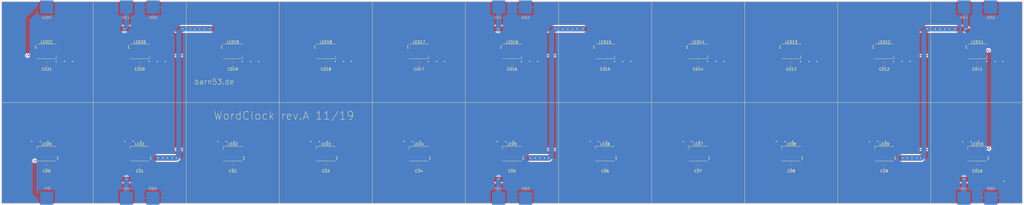
<source format=kicad_pcb>
(kicad_pcb (version 20171130) (host pcbnew "(5.1.4-0-10_14)")
  (title_block (date 2019-11-04))
  (layers (0 F.Cu signal) (31 B.Cu signal) (34 B.Paste user) (35 F.Paste user) (36 B.SilkS user) (37 F.SilkS user) (38 B.Mask user) (39 F.Mask user) (44 Edge.Cuts user))
  (net 0 "")
  (net 1 VBUS)
  (net 2 GND)
  (net 3 DIN)
  (net 4 DOUT)
  (net 5 "Net-(LED0-Pad2)")
  (net 6 "Net-(LED1-Pad2)")
  (net 7 "Net-(LED2-Pad2)")
  (net 8 "Net-(LED3-Pad2)")
  (net 9 "Net-(LED4-Pad2)")
  (net 10 "Net-(LED5-Pad2)")
  (net 11 "Net-(LED6-Pad2)")
  (net 12 "Net-(LED7-Pad2)")
  (net 13 "Net-(LED8-Pad2)")
  (net 14 "Net-(LED10-Pad4)")
  (net 15 "Net-(LED10-Pad2)")
  (net 16 "Net-(LED11-Pad2)")
  (net 17 "Net-(LED12-Pad2)")
  (net 18 "Net-(LED13-Pad2)")
  (net 19 "Net-(LED14-Pad2)")
  (net 20 "Net-(LED15-Pad2)")
  (net 21 "Net-(LED16-Pad2)")
  (net 22 "Net-(LED17-Pad2)")
  (net 23 "Net-(LED18-Pad2)")
  (net 24 "Net-(LED19-Pad2)")
  (net 25 "Net-(LED20-Pad2)")
  (module barn53-kicad:PCBSolderConnector (layer B.Cu) (at 389.618 93.422)
    (fp_text reference J14 hide)
    (fp_text value GND (at 0 -3.556) (layer B.SilkS) (effects (justify mirror)))
    (pad 1 smd rect (at 0 0) (size 5 5) (layers B.Cu B.Paste B.Mask) (net 2 GND))
  )
  (module barn53-kicad:PCBSolderConnector (layer B.Cu) (at 379.458 93.422)
    (fp_text reference J13 hide)
    (fp_text value +5V (at 0 -3.556) (layer B.SilkS) (effects (justify mirror)))
    (pad 1 smd rect (at 0 0) (size 5 5) (layers B.Cu B.Paste B.Mask) (net 1 VBUS))
  )
  (module barn53-kicad:PCBSolderConnector (layer B.Cu) (at 214.612 93.422)
    (fp_text reference J12 hide)
    (fp_text value GND (at 0 -3.556) (layer B.SilkS) (effects (justify mirror)))
    (pad 1 smd rect (at 0 0) (size 5 5) (layers B.Cu B.Paste B.Mask) (net 2 GND))
  )
  (module barn53-kicad:PCBSolderConnector (layer B.Cu) (at 204.452 93.422)
    (fp_text reference J11 hide)
    (fp_text value +5V (at 0 -3.556) (layer B.SilkS) (effects (justify mirror)))
    (pad 1 smd rect (at 0 0) (size 5 5) (layers B.Cu B.Paste B.Mask) (net 1 VBUS))
  )
  (module barn53-kicad:PCBSolderConnector (layer B.Cu) (at 74.404 93.422)
    (fp_text reference J3 hide)
    (fp_text value GND (at 0.023 -3.5695) (layer B.SilkS) (effects (justify mirror)))
    (pad 1 smd rect (at 0 0) (size 5 5) (layers B.Cu B.Paste B.Mask) (net 2 GND))
  )
  (module barn53-kicad:PCBSolderConnector (layer B.Cu) (at 64.498 93.422)
    (fp_text reference J2 hide)
    (fp_text value +5V (at 0.18 -3.584) (layer B.SilkS) (effects (justify mirror)))
    (pad 1 smd rect (at 0 0) (size 5 5) (layers B.Cu B.Paste B.Mask) (net 1 VBUS))
  )
  (module barn53-kicad:PCBSolderConnector (layer B.Cu) (at 34.526 93.422)
    (fp_text reference J1 hide)
    (fp_text value DIn (at 0.169 -3.6925) (layer B.SilkS) (effects (justify mirror)))
    (pad 1 smd rect (at 0 0) (size 5 5) (layers B.Cu B.Paste B.Mask) (net 3 DIN))
  )
  (module Capacitor_SMD:C_0805_2012Metric (layer F.Cu) (at 279.5 81.625 180)
    (fp_text reference CD7 (at 0 -1.65) (layer F.SilkS))
    (fp_text value 100n)
    (pad 1 smd roundrect (at -0.9375 0 180) (size 0.975 1.4) (layers F.Cu F.Paste F.Mask) (net 1 VBUS))
    (pad 2 smd roundrect (at 0.9375 0 180) (size 0.975 1.4) (layers F.Cu F.Paste F.Mask) (net 2 GND))
  )
  (module Capacitor_SMD:C_0805_2012Metric (layer F.Cu) (at 209.5 43.125)
    (fp_text reference CD16 (at 0 1.85) (layer F.SilkS))
    (fp_text value 100n)
    (pad 1 smd roundrect (at -0.9375 0) (size 0.975 1.4) (layers F.Cu F.Paste F.Mask) (net 1 VBUS))
    (pad 2 smd roundrect (at 0.9375 0) (size 0.975 1.4) (layers F.Cu F.Paste F.Mask) (net 2 GND))
  )
  (module Capacitor_SMD:C_0805_2012Metric (layer F.Cu) (at 384.5 81.625 180)
    (fp_text reference CD10 (at 0 -1.65) (layer F.SilkS))
    (fp_text value 100n)
    (pad 1 smd roundrect (at -0.9375 0 180) (size 0.975 1.4) (layers F.Cu F.Paste F.Mask) (net 1 VBUS))
    (pad 2 smd roundrect (at 0.9375 0 180) (size 0.975 1.4) (layers F.Cu F.Paste F.Mask) (net 2 GND))
  )
  (module Capacitor_SMD:C_0805_2012Metric (layer F.Cu) (at 384.5 43.125)
    (fp_text reference CD11 (at 0 1.85) (layer F.SilkS))
    (fp_text value 100n)
    (pad 1 smd roundrect (at -0.9375 0) (size 0.975 1.4) (layers F.Cu F.Paste F.Mask) (net 1 VBUS))
    (pad 2 smd roundrect (at 0.9375 0) (size 0.975 1.4) (layers F.Cu F.Paste F.Mask) (net 2 GND))
  )
  (module Capacitor_SMD:C_0805_2012Metric (layer F.Cu) (at 314.5 43.125)
    (fp_text reference CD13 (at 0 1.85) (layer F.SilkS))
    (fp_text value 100n)
    (pad 1 smd roundrect (at -0.9375 0) (size 0.975 1.4) (layers F.Cu F.Paste F.Mask) (net 1 VBUS))
    (pad 2 smd roundrect (at 0.9375 0) (size 0.975 1.4) (layers F.Cu F.Paste F.Mask) (net 2 GND))
  )
  (module Capacitor_SMD:C_0805_2012Metric (layer F.Cu) (at 279.5 43.125)
    (fp_text reference CD14 (at 0 1.85) (layer F.SilkS))
    (fp_text value 100n)
    (pad 1 smd roundrect (at -0.9375 0) (size 0.975 1.4) (layers F.Cu F.Paste F.Mask) (net 1 VBUS))
    (pad 2 smd roundrect (at 0.9375 0) (size 0.975 1.4) (layers F.Cu F.Paste F.Mask) (net 2 GND))
  )
  (module Capacitor_SMD:C_0805_2012Metric (layer F.Cu) (at 174.5 43.125)
    (fp_text reference CD17 (at 0 1.85) (layer F.SilkS))
    (fp_text value 100n)
    (pad 1 smd roundrect (at -0.9375 0) (size 0.975 1.4) (layers F.Cu F.Paste F.Mask) (net 1 VBUS))
    (pad 2 smd roundrect (at 0.9375 0) (size 0.975 1.4) (layers F.Cu F.Paste F.Mask) (net 2 GND))
  )
  (module Capacitor_SMD:C_0805_2012Metric (layer F.Cu) (at 244.5 43.125)
    (fp_text reference CD15 (at 0 1.85) (layer F.SilkS))
    (fp_text value 100n)
    (pad 1 smd roundrect (at -0.9375 0) (size 0.975 1.4) (layers F.Cu F.Paste F.Mask) (net 1 VBUS))
    (pad 2 smd roundrect (at 0.9375 0) (size 0.975 1.4) (layers F.Cu F.Paste F.Mask) (net 2 GND))
  )
  (module Capacitor_SMD:C_0805_2012Metric (layer F.Cu) (at 349.5 81.625 180)
    (fp_text reference CD9 (at 0 -1.65) (layer F.SilkS))
    (fp_text value 100n)
    (pad 1 smd roundrect (at -0.9375 0 180) (size 0.975 1.4) (layers F.Cu F.Paste F.Mask) (net 1 VBUS))
    (pad 2 smd roundrect (at 0.9375 0 180) (size 0.975 1.4) (layers F.Cu F.Paste F.Mask) (net 2 GND))
  )
  (module Capacitor_SMD:C_0805_2012Metric (layer F.Cu) (at 314.5 81.625 180)
    (fp_text reference CD8 (at 0 -1.65) (layer F.SilkS))
    (fp_text value 100n)
    (pad 1 smd roundrect (at -0.9375 0 180) (size 0.975 1.4) (layers F.Cu F.Paste F.Mask) (net 1 VBUS))
    (pad 2 smd roundrect (at 0.9375 0 180) (size 0.975 1.4) (layers F.Cu F.Paste F.Mask) (net 2 GND))
  )
  (module Capacitor_SMD:C_0805_2012Metric (layer F.Cu) (at 349.5 43.125)
    (fp_text reference CD12 (at 0 1.85) (layer F.SilkS))
    (fp_text value 100n)
    (pad 1 smd roundrect (at -0.9375 0) (size 0.975 1.4) (layers F.Cu F.Paste F.Mask) (net 1 VBUS))
    (pad 2 smd roundrect (at 0.9375 0) (size 0.975 1.4) (layers F.Cu F.Paste F.Mask) (net 2 GND))
  )
  (module LED_SMD:LED_WS2812B_PLCC4_5.0x5.0mm_P3.2mm (layer F.Cu) (at 384.5 38.25)
    (fp_text reference LED11 (at 0 -3.5) (layer F.SilkS))
    (fp_text value WS2812B)
    (fp_text user 1 (at -4.15 -1.6) (layer F.SilkS))
    (pad 3 smd rect (at 2.45 1.6) (size 1.5 1) (layers F.Cu F.Paste F.Mask) (net 2 GND))
    (pad 4 smd rect (at 2.45 -1.6) (size 1.5 1) (layers F.Cu F.Paste F.Mask) (net 15 "Net-(LED10-Pad2)"))
    (pad 2 smd rect (at -2.45 1.6) (size 1.5 1) (layers F.Cu F.Paste F.Mask) (net 16 "Net-(LED11-Pad2)"))
    (pad 1 smd rect (at -2.45 -1.6) (size 1.5 1) (layers F.Cu F.Paste F.Mask) (net 1 VBUS))
  )
  (module LED_SMD:LED_WS2812B_PLCC4_5.0x5.0mm_P3.2mm (layer F.Cu) (at 349.5 38.25)
    (fp_text reference LED12 (at 0 -3.5) (layer F.SilkS))
    (fp_text value WS2812B)
    (fp_text user 1 (at -4.15 -1.6) (layer F.SilkS))
    (pad 3 smd rect (at 2.45 1.6) (size 1.5 1) (layers F.Cu F.Paste F.Mask) (net 2 GND))
    (pad 4 smd rect (at 2.45 -1.6) (size 1.5 1) (layers F.Cu F.Paste F.Mask) (net 16 "Net-(LED11-Pad2)"))
    (pad 2 smd rect (at -2.45 1.6) (size 1.5 1) (layers F.Cu F.Paste F.Mask) (net 17 "Net-(LED12-Pad2)"))
    (pad 1 smd rect (at -2.45 -1.6) (size 1.5 1) (layers F.Cu F.Paste F.Mask) (net 1 VBUS))
  )
  (module LED_SMD:LED_WS2812B_PLCC4_5.0x5.0mm_P3.2mm (layer F.Cu) (at 314.5 38.25)
    (fp_text reference LED13 (at 0 -3.5) (layer F.SilkS))
    (fp_text value WS2812B)
    (fp_text user 1 (at -4.15 -1.6) (layer F.SilkS))
    (pad 3 smd rect (at 2.45 1.6) (size 1.5 1) (layers F.Cu F.Paste F.Mask) (net 2 GND))
    (pad 4 smd rect (at 2.45 -1.6) (size 1.5 1) (layers F.Cu F.Paste F.Mask) (net 17 "Net-(LED12-Pad2)"))
    (pad 2 smd rect (at -2.45 1.6) (size 1.5 1) (layers F.Cu F.Paste F.Mask) (net 18 "Net-(LED13-Pad2)"))
    (pad 1 smd rect (at -2.45 -1.6) (size 1.5 1) (layers F.Cu F.Paste F.Mask) (net 1 VBUS))
  )
  (module LED_SMD:LED_WS2812B_PLCC4_5.0x5.0mm_P3.2mm (layer F.Cu) (at 279.5 38.25)
    (fp_text reference LED14 (at 0 -3.5) (layer F.SilkS))
    (fp_text value WS2812B)
    (fp_text user 1 (at -4.15 -1.6) (layer F.SilkS))
    (pad 3 smd rect (at 2.45 1.6) (size 1.5 1) (layers F.Cu F.Paste F.Mask) (net 2 GND))
    (pad 4 smd rect (at 2.45 -1.6) (size 1.5 1) (layers F.Cu F.Paste F.Mask) (net 18 "Net-(LED13-Pad2)"))
    (pad 2 smd rect (at -2.45 1.6) (size 1.5 1) (layers F.Cu F.Paste F.Mask) (net 19 "Net-(LED14-Pad2)"))
    (pad 1 smd rect (at -2.45 -1.6) (size 1.5 1) (layers F.Cu F.Paste F.Mask) (net 1 VBUS))
  )
  (module LED_SMD:LED_WS2812B_PLCC4_5.0x5.0mm_P3.2mm (layer F.Cu) (at 244.5 38.25)
    (fp_text reference LED15 (at 0 -3.5) (layer F.SilkS))
    (fp_text value WS2812B)
    (fp_text user 1 (at -4.15 -1.6) (layer F.SilkS))
    (pad 3 smd rect (at 2.45 1.6) (size 1.5 1) (layers F.Cu F.Paste F.Mask) (net 2 GND))
    (pad 4 smd rect (at 2.45 -1.6) (size 1.5 1) (layers F.Cu F.Paste F.Mask) (net 19 "Net-(LED14-Pad2)"))
    (pad 2 smd rect (at -2.45 1.6) (size 1.5 1) (layers F.Cu F.Paste F.Mask) (net 20 "Net-(LED15-Pad2)"))
    (pad 1 smd rect (at -2.45 -1.6) (size 1.5 1) (layers F.Cu F.Paste F.Mask) (net 1 VBUS))
  )
  (module LED_SMD:LED_WS2812B_PLCC4_5.0x5.0mm_P3.2mm (layer F.Cu) (at 209.5 38.25)
    (fp_text reference LED16 (at 0 -3.5) (layer F.SilkS))
    (fp_text value WS2812B)
    (fp_text user 1 (at -4.15 -1.6) (layer F.SilkS))
    (pad 3 smd rect (at 2.45 1.6) (size 1.5 1) (layers F.Cu F.Paste F.Mask) (net 2 GND))
    (pad 4 smd rect (at 2.45 -1.6) (size 1.5 1) (layers F.Cu F.Paste F.Mask) (net 20 "Net-(LED15-Pad2)"))
    (pad 2 smd rect (at -2.45 1.6) (size 1.5 1) (layers F.Cu F.Paste F.Mask) (net 21 "Net-(LED16-Pad2)"))
    (pad 1 smd rect (at -2.45 -1.6) (size 1.5 1) (layers F.Cu F.Paste F.Mask) (net 1 VBUS))
  )
  (module LED_SMD:LED_WS2812B_PLCC4_5.0x5.0mm_P3.2mm (layer F.Cu) (at 174.5 38.25)
    (fp_text reference LED17 (at 0 -3.5) (layer F.SilkS))
    (fp_text value WS2812B)
    (fp_text user 1 (at -4.15 -1.6) (layer F.SilkS))
    (pad 3 smd rect (at 2.45 1.6) (size 1.5 1) (layers F.Cu F.Paste F.Mask) (net 2 GND))
    (pad 4 smd rect (at 2.45 -1.6) (size 1.5 1) (layers F.Cu F.Paste F.Mask) (net 21 "Net-(LED16-Pad2)"))
    (pad 2 smd rect (at -2.45 1.6) (size 1.5 1) (layers F.Cu F.Paste F.Mask) (net 22 "Net-(LED17-Pad2)"))
    (pad 1 smd rect (at -2.45 -1.6) (size 1.5 1) (layers F.Cu F.Paste F.Mask) (net 1 VBUS))
  )
  (module LED_SMD:LED_WS2812B_PLCC4_5.0x5.0mm_P3.2mm (layer F.Cu) (at 139.5 38.25)
    (fp_text reference LED18 (at 0 -3.5) (layer F.SilkS))
    (fp_text value WS2812B)
    (fp_text user 1 (at -4.15 -1.6) (layer F.SilkS))
    (pad 3 smd rect (at 2.45 1.6) (size 1.5 1) (layers F.Cu F.Paste F.Mask) (net 2 GND))
    (pad 4 smd rect (at 2.45 -1.6) (size 1.5 1) (layers F.Cu F.Paste F.Mask) (net 22 "Net-(LED17-Pad2)"))
    (pad 2 smd rect (at -2.45 1.6) (size 1.5 1) (layers F.Cu F.Paste F.Mask) (net 23 "Net-(LED18-Pad2)"))
    (pad 1 smd rect (at -2.45 -1.6) (size 1.5 1) (layers F.Cu F.Paste F.Mask) (net 1 VBUS))
  )
  (module LED_SMD:LED_WS2812B_PLCC4_5.0x5.0mm_P3.2mm (layer F.Cu) (at 104.5 38.25)
    (fp_text reference LED19 (at 0 -3.5) (layer F.SilkS))
    (fp_text value WS2812B)
    (fp_text user 1 (at -4.15 -1.6) (layer F.SilkS))
    (pad 3 smd rect (at 2.45 1.6) (size 1.5 1) (layers F.Cu F.Paste F.Mask) (net 2 GND))
    (pad 4 smd rect (at 2.45 -1.6) (size 1.5 1) (layers F.Cu F.Paste F.Mask) (net 23 "Net-(LED18-Pad2)"))
    (pad 2 smd rect (at -2.45 1.6) (size 1.5 1) (layers F.Cu F.Paste F.Mask) (net 24 "Net-(LED19-Pad2)"))
    (pad 1 smd rect (at -2.45 -1.6) (size 1.5 1) (layers F.Cu F.Paste F.Mask) (net 1 VBUS))
  )
  (module LED_SMD:LED_WS2812B_PLCC4_5.0x5.0mm_P3.2mm (layer F.Cu) (at 69.5 38.25)
    (fp_text reference LED20 (at 0 -3.5) (layer F.SilkS))
    (fp_text value WS2812B)
    (fp_text user 1 (at -4.15 -1.6) (layer F.SilkS))
    (pad 3 smd rect (at 2.45 1.6) (size 1.5 1) (layers F.Cu F.Paste F.Mask) (net 2 GND))
    (pad 4 smd rect (at 2.45 -1.6) (size 1.5 1) (layers F.Cu F.Paste F.Mask) (net 24 "Net-(LED19-Pad2)"))
    (pad 2 smd rect (at -2.45 1.6) (size 1.5 1) (layers F.Cu F.Paste F.Mask) (net 25 "Net-(LED20-Pad2)"))
    (pad 1 smd rect (at -2.45 -1.6) (size 1.5 1) (layers F.Cu F.Paste F.Mask) (net 1 VBUS))
  )
  (module LED_SMD:LED_WS2812B_PLCC4_5.0x5.0mm_P3.2mm (layer F.Cu) (at 34.5 38.25)
    (fp_text reference LED21 (at 0 -3.5) (layer F.SilkS))
    (fp_text value WS2812B)
    (fp_text user 1 (at -4.15 -1.6) (layer F.SilkS))
    (pad 3 smd rect (at 2.45 1.6) (size 1.5 1) (layers F.Cu F.Paste F.Mask) (net 2 GND))
    (pad 4 smd rect (at 2.45 -1.6) (size 1.5 1) (layers F.Cu F.Paste F.Mask) (net 25 "Net-(LED20-Pad2)"))
    (pad 2 smd rect (at -2.45 1.6) (size 1.5 1) (layers F.Cu F.Paste F.Mask) (net 4 DOUT))
    (pad 1 smd rect (at -2.45 -1.6) (size 1.5 1) (layers F.Cu F.Paste F.Mask) (net 1 VBUS))
  )
  (module barn53-kicad:PCBSolderConnector (layer B.Cu) (at 34.5 21.625)
    (fp_text reference J4 hide)
    (fp_text value DOut (at 0 3.92) (layer B.SilkS) (effects (justify mirror)))
    (pad 1 smd rect (at 0 0) (size 5 5) (layers B.Cu B.Paste B.Mask) (net 4 DOUT))
  )
  (module barn53-kicad:PCBSolderConnector (layer B.Cu) (at 64.5 21.625)
    (fp_text reference J5 hide)
    (fp_text value +5V (at -0.075 3.92) (layer B.SilkS) (effects (justify mirror)))
    (pad 1 smd rect (at 0 0) (size 5 5) (layers B.Cu B.Paste B.Mask) (net 1 VBUS))
  )
  (module barn53-kicad:PCBSolderConnector (layer B.Cu) (at 204.5 21.625)
    (fp_text reference J6 hide)
    (fp_text value +5V (at -0.075 3.92) (layer B.SilkS) (effects (justify mirror)))
    (pad 1 smd rect (at 0 0) (size 5 5) (layers B.Cu B.Paste B.Mask) (net 1 VBUS))
  )
  (module barn53-kicad:PCBSolderConnector (layer B.Cu) (at 379.5 21.625)
    (fp_text reference J7 hide)
    (fp_text value +5V (at 0.1 3.92) (layer B.SilkS) (effects (justify mirror)))
    (pad 1 smd rect (at 0 0) (size 5 5) (layers B.Cu B.Paste B.Mask) (net 1 VBUS))
  )
  (module barn53-kicad:PCBSolderConnector (layer B.Cu) (at 74.5 21.625)
    (fp_text reference J8 hide)
    (fp_text value GND (at 0.075 3.92) (layer B.SilkS) (effects (justify mirror)))
    (pad 1 smd rect (at 0 0) (size 5 5) (layers B.Cu B.Paste B.Mask) (net 2 GND))
  )
  (module barn53-kicad:PCBSolderConnector (layer B.Cu) (at 214.5 21.625)
    (fp_text reference J9 hide)
    (fp_text value GND (at 0.075 3.92) (layer B.SilkS) (effects (justify mirror)))
    (pad 1 smd rect (at 0 0) (size 5 5) (layers B.Cu B.Paste B.Mask) (net 2 GND))
  )
  (module barn53-kicad:PCBSolderConnector (layer B.Cu) (at 389.5 21.625)
    (fp_text reference J10 hide)
    (fp_text value GND (at 0.075 3.92) (layer B.SilkS) (effects (justify mirror)))
    (pad 1 smd rect (at 0 0) (size 5 5) (layers B.Cu B.Paste B.Mask) (net 2 GND))
  )
  (module Capacitor_SMD:C_0805_2012Metric (layer F.Cu) (at 139.5 43.125)
    (fp_text reference CD18 (at 0 1.85) (layer F.SilkS))
    (fp_text value 100n)
    (pad 1 smd roundrect (at -0.9375 0) (size 0.975 1.4) (layers F.Cu F.Paste F.Mask) (net 1 VBUS))
    (pad 2 smd roundrect (at 0.9375 0) (size 0.975 1.4) (layers F.Cu F.Paste F.Mask) (net 2 GND))
  )
  (module Capacitor_SMD:C_0805_2012Metric (layer F.Cu) (at 104.5 43.125)
    (fp_text reference CD19 (at 0 1.85) (layer F.SilkS))
    (fp_text value 100n)
    (pad 1 smd roundrect (at -0.9375 0) (size 0.975 1.4) (layers F.Cu F.Paste F.Mask) (net 1 VBUS))
    (pad 2 smd roundrect (at 0.9375 0) (size 0.975 1.4) (layers F.Cu F.Paste F.Mask) (net 2 GND))
  )
  (module Capacitor_SMD:C_0805_2012Metric (layer F.Cu) (at 69.5 43.125)
    (fp_text reference CD20 (at 0 1.85) (layer F.SilkS))
    (fp_text value 100n)
    (pad 1 smd roundrect (at -0.9375 0) (size 0.975 1.4) (layers F.Cu F.Paste F.Mask) (net 1 VBUS))
    (pad 2 smd roundrect (at 0.9375 0) (size 0.975 1.4) (layers F.Cu F.Paste F.Mask) (net 2 GND))
  )
  (module Capacitor_SMD:C_0805_2012Metric (layer F.Cu) (at 34.5 43.125)
    (fp_text reference CD21 (at 0 1.85) (layer F.SilkS))
    (fp_text value 100n)
    (pad 1 smd roundrect (at -0.9375 0) (size 0.975 1.4) (layers F.Cu F.Paste F.Mask) (net 1 VBUS))
    (pad 2 smd roundrect (at 0.9375 0) (size 0.975 1.4) (layers F.Cu F.Paste F.Mask) (net 2 GND))
  )
  (module LED_SMD:LED_WS2812B_PLCC4_5.0x5.0mm_P3.2mm (layer F.Cu) (at 34.5 76.75 180)
    (fp_text reference LED0 (at 0 3.625) (layer F.SilkS))
    (fp_text value WS2812B)
    (fp_text user 1 (at -4.15 -1.6) (layer F.SilkS))
    (pad 3 smd rect (at 2.45 1.6 180) (size 1.5 1) (layers F.Cu F.Paste F.Mask) (net 2 GND))
    (pad 4 smd rect (at 2.45 -1.6 180) (size 1.5 1) (layers F.Cu F.Paste F.Mask) (net 3 DIN))
    (pad 2 smd rect (at -2.45 1.6 180) (size 1.5 1) (layers F.Cu F.Paste F.Mask) (net 5 "Net-(LED0-Pad2)"))
    (pad 1 smd rect (at -2.45 -1.6 180) (size 1.5 1) (layers F.Cu F.Paste F.Mask) (net 1 VBUS))
  )
  (module LED_SMD:LED_WS2812B_PLCC4_5.0x5.0mm_P3.2mm (layer F.Cu) (at 69.5 76.75 180)
    (fp_text reference LED1 (at 0 3.625) (layer F.SilkS))
    (fp_text value WS2812B)
    (fp_text user 1 (at -4.15 -1.6) (layer F.SilkS))
    (pad 3 smd rect (at 2.45 1.6 180) (size 1.5 1) (layers F.Cu F.Paste F.Mask) (net 2 GND))
    (pad 4 smd rect (at 2.45 -1.6 180) (size 1.5 1) (layers F.Cu F.Paste F.Mask) (net 5 "Net-(LED0-Pad2)"))
    (pad 2 smd rect (at -2.45 1.6 180) (size 1.5 1) (layers F.Cu F.Paste F.Mask) (net 6 "Net-(LED1-Pad2)"))
    (pad 1 smd rect (at -2.45 -1.6 180) (size 1.5 1) (layers F.Cu F.Paste F.Mask) (net 1 VBUS))
  )
  (module LED_SMD:LED_WS2812B_PLCC4_5.0x5.0mm_P3.2mm (layer F.Cu) (at 104.5 76.75 180)
    (fp_text reference LED2 (at 0 3.625) (layer F.SilkS))
    (fp_text value WS2812B)
    (fp_text user 1 (at -4.15 -1.6) (layer F.SilkS))
    (pad 3 smd rect (at 2.45 1.6 180) (size 1.5 1) (layers F.Cu F.Paste F.Mask) (net 2 GND))
    (pad 4 smd rect (at 2.45 -1.6 180) (size 1.5 1) (layers F.Cu F.Paste F.Mask) (net 6 "Net-(LED1-Pad2)"))
    (pad 2 smd rect (at -2.45 1.6 180) (size 1.5 1) (layers F.Cu F.Paste F.Mask) (net 7 "Net-(LED2-Pad2)"))
    (pad 1 smd rect (at -2.45 -1.6 180) (size 1.5 1) (layers F.Cu F.Paste F.Mask) (net 1 VBUS))
  )
  (module LED_SMD:LED_WS2812B_PLCC4_5.0x5.0mm_P3.2mm (layer F.Cu) (at 139.5 76.75 180)
    (fp_text reference LED3 (at 0 3.625) (layer F.SilkS))
    (fp_text value WS2812B)
    (fp_text user 1 (at -4.15 -1.6) (layer F.SilkS))
    (pad 3 smd rect (at 2.45 1.6 180) (size 1.5 1) (layers F.Cu F.Paste F.Mask) (net 2 GND))
    (pad 4 smd rect (at 2.45 -1.6 180) (size 1.5 1) (layers F.Cu F.Paste F.Mask) (net 7 "Net-(LED2-Pad2)"))
    (pad 2 smd rect (at -2.45 1.6 180) (size 1.5 1) (layers F.Cu F.Paste F.Mask) (net 8 "Net-(LED3-Pad2)"))
    (pad 1 smd rect (at -2.45 -1.6 180) (size 1.5 1) (layers F.Cu F.Paste F.Mask) (net 1 VBUS))
  )
  (module LED_SMD:LED_WS2812B_PLCC4_5.0x5.0mm_P3.2mm (layer F.Cu) (at 174.5 76.75 180)
    (fp_text reference LED4 (at 0 3.625) (layer F.SilkS))
    (fp_text value WS2812B)
    (fp_text user 1 (at -4.15 -1.6) (layer F.SilkS))
    (pad 3 smd rect (at 2.45 1.6 180) (size 1.5 1) (layers F.Cu F.Paste F.Mask) (net 2 GND))
    (pad 4 smd rect (at 2.45 -1.6 180) (size 1.5 1) (layers F.Cu F.Paste F.Mask) (net 8 "Net-(LED3-Pad2)"))
    (pad 2 smd rect (at -2.45 1.6 180) (size 1.5 1) (layers F.Cu F.Paste F.Mask) (net 9 "Net-(LED4-Pad2)"))
    (pad 1 smd rect (at -2.45 -1.6 180) (size 1.5 1) (layers F.Cu F.Paste F.Mask) (net 1 VBUS))
  )
  (module LED_SMD:LED_WS2812B_PLCC4_5.0x5.0mm_P3.2mm (layer F.Cu) (at 209.5 76.75 180)
    (fp_text reference LED5 (at 0 3.625) (layer F.SilkS))
    (fp_text value WS2812B)
    (fp_text user 1 (at -4.15 -1.6) (layer F.SilkS))
    (pad 3 smd rect (at 2.45 1.6 180) (size 1.5 1) (layers F.Cu F.Paste F.Mask) (net 2 GND))
    (pad 4 smd rect (at 2.45 -1.6 180) (size 1.5 1) (layers F.Cu F.Paste F.Mask) (net 9 "Net-(LED4-Pad2)"))
    (pad 2 smd rect (at -2.45 1.6 180) (size 1.5 1) (layers F.Cu F.Paste F.Mask) (net 10 "Net-(LED5-Pad2)"))
    (pad 1 smd rect (at -2.45 -1.6 180) (size 1.5 1) (layers F.Cu F.Paste F.Mask) (net 1 VBUS))
  )
  (module LED_SMD:LED_WS2812B_PLCC4_5.0x5.0mm_P3.2mm (layer F.Cu) (at 244.5 76.75 180)
    (fp_text reference LED6 (at 0 3.625) (layer F.SilkS))
    (fp_text value WS2812B)
    (fp_text user 1 (at -4.15 -1.6) (layer F.SilkS))
    (pad 3 smd rect (at 2.45 1.6 180) (size 1.5 1) (layers F.Cu F.Paste F.Mask) (net 2 GND))
    (pad 4 smd rect (at 2.45 -1.6 180) (size 1.5 1) (layers F.Cu F.Paste F.Mask) (net 10 "Net-(LED5-Pad2)"))
    (pad 2 smd rect (at -2.45 1.6 180) (size 1.5 1) (layers F.Cu F.Paste F.Mask) (net 11 "Net-(LED6-Pad2)"))
    (pad 1 smd rect (at -2.45 -1.6 180) (size 1.5 1) (layers F.Cu F.Paste F.Mask) (net 1 VBUS))
  )
  (module LED_SMD:LED_WS2812B_PLCC4_5.0x5.0mm_P3.2mm (layer F.Cu) (at 279.5 76.75 180)
    (fp_text reference LED7 (at 0 3.6575) (layer F.SilkS))
    (fp_text value WS2812B)
    (fp_text user 1 (at -4.15 -1.6) (layer F.SilkS))
    (pad 3 smd rect (at 2.45 1.6 180) (size 1.5 1) (layers F.Cu F.Paste F.Mask) (net 2 GND))
    (pad 4 smd rect (at 2.45 -1.6 180) (size 1.5 1) (layers F.Cu F.Paste F.Mask) (net 11 "Net-(LED6-Pad2)"))
    (pad 2 smd rect (at -2.45 1.6 180) (size 1.5 1) (layers F.Cu F.Paste F.Mask) (net 12 "Net-(LED7-Pad2)"))
    (pad 1 smd rect (at -2.45 -1.6 180) (size 1.5 1) (layers F.Cu F.Paste F.Mask) (net 1 VBUS))
  )
  (module LED_SMD:LED_WS2812B_PLCC4_5.0x5.0mm_P3.2mm (layer F.Cu) (at 314.5 76.75 180)
    (fp_text reference LED8 (at 0 3.625) (layer F.SilkS))
    (fp_text value WS2812B)
    (fp_text user 1 (at -4.15 -1.6) (layer F.SilkS))
    (pad 3 smd rect (at 2.45 1.6 180) (size 1.5 1) (layers F.Cu F.Paste F.Mask) (net 2 GND))
    (pad 4 smd rect (at 2.45 -1.6 180) (size 1.5 1) (layers F.Cu F.Paste F.Mask) (net 12 "Net-(LED7-Pad2)"))
    (pad 2 smd rect (at -2.45 1.6 180) (size 1.5 1) (layers F.Cu F.Paste F.Mask) (net 13 "Net-(LED8-Pad2)"))
    (pad 1 smd rect (at -2.45 -1.6 180) (size 1.5 1) (layers F.Cu F.Paste F.Mask) (net 1 VBUS))
  )
  (module LED_SMD:LED_WS2812B_PLCC4_5.0x5.0mm_P3.2mm (layer F.Cu) (at 349.5 76.75 180)
    (fp_text reference LED9 (at 0 3.625) (layer F.SilkS))
    (fp_text value WS2812B)
    (fp_text user 1 (at -4.15 -1.6) (layer F.SilkS))
    (pad 3 smd rect (at 2.45 1.6 180) (size 1.5 1) (layers F.Cu F.Paste F.Mask) (net 2 GND))
    (pad 4 smd rect (at 2.45 -1.6 180) (size 1.5 1) (layers F.Cu F.Paste F.Mask) (net 13 "Net-(LED8-Pad2)"))
    (pad 2 smd rect (at -2.45 1.6 180) (size 1.5 1) (layers F.Cu F.Paste F.Mask) (net 14 "Net-(LED10-Pad4)"))
    (pad 1 smd rect (at -2.45 -1.6 180) (size 1.5 1) (layers F.Cu F.Paste F.Mask) (net 1 VBUS))
  )
  (module LED_SMD:LED_WS2812B_PLCC4_5.0x5.0mm_P3.2mm (layer F.Cu) (at 384.5 76.75 180)
    (fp_text reference LED10 (at 0 3.625) (layer F.SilkS))
    (fp_text value WS2812B)
    (fp_text user 1 (at -4.15 -1.6) (layer F.SilkS))
    (pad 3 smd rect (at 2.45 1.6 180) (size 1.5 1) (layers F.Cu F.Paste F.Mask) (net 2 GND))
    (pad 4 smd rect (at 2.45 -1.6 180) (size 1.5 1) (layers F.Cu F.Paste F.Mask) (net 14 "Net-(LED10-Pad4)"))
    (pad 2 smd rect (at -2.45 1.6 180) (size 1.5 1) (layers F.Cu F.Paste F.Mask) (net 15 "Net-(LED10-Pad2)"))
    (pad 1 smd rect (at -2.45 -1.6 180) (size 1.5 1) (layers F.Cu F.Paste F.Mask) (net 1 VBUS))
  )
  (module Capacitor_SMD:C_0805_2012Metric (layer F.Cu) (at 34.5 81.625 180)
    (fp_text reference CD0 (at 0 -1.65) (layer F.SilkS))
    (fp_text value 100n)
    (pad 1 smd roundrect (at -0.9375 0 180) (size 0.975 1.4) (layers F.Cu F.Paste F.Mask) (net 1 VBUS))
    (pad 2 smd roundrect (at 0.9375 0 180) (size 0.975 1.4) (layers F.Cu F.Paste F.Mask) (net 2 GND))
  )
  (module Capacitor_SMD:C_0805_2012Metric (layer F.Cu) (at 69.5 81.625 180)
    (fp_text reference CD1 (at 0 -1.65) (layer F.SilkS))
    (fp_text value 100n)
    (pad 1 smd roundrect (at -0.9375 0 180) (size 0.975 1.4) (layers F.Cu F.Paste F.Mask) (net 1 VBUS))
    (pad 2 smd roundrect (at 0.9375 0 180) (size 0.975 1.4) (layers F.Cu F.Paste F.Mask) (net 2 GND))
  )
  (module Capacitor_SMD:C_0805_2012Metric (layer F.Cu) (at 104.5 81.625 180)
    (fp_text reference CD2 (at 0 -1.65) (layer F.SilkS))
    (fp_text value 100n)
    (pad 1 smd roundrect (at -0.9375 0 180) (size 0.975 1.4) (layers F.Cu F.Paste F.Mask) (net 1 VBUS))
    (pad 2 smd roundrect (at 0.9375 0 180) (size 0.975 1.4) (layers F.Cu F.Paste F.Mask) (net 2 GND))
  )
  (module Capacitor_SMD:C_0805_2012Metric (layer F.Cu) (at 139.5 81.625 180)
    (fp_text reference CD3 (at 0 -1.65) (layer F.SilkS))
    (fp_text value 100n)
    (pad 1 smd roundrect (at -0.9375 0 180) (size 0.975 1.4) (layers F.Cu F.Paste F.Mask) (net 1 VBUS))
    (pad 2 smd roundrect (at 0.9375 0 180) (size 0.975 1.4) (layers F.Cu F.Paste F.Mask) (net 2 GND))
  )
  (module Capacitor_SMD:C_0805_2012Metric (layer F.Cu) (at 174.5 81.625 180)
    (fp_text reference CD4 (at 0 -1.65) (layer F.SilkS))
    (fp_text value 100n)
    (pad 1 smd roundrect (at -0.9375 0 180) (size 0.975 1.4) (layers F.Cu F.Paste F.Mask) (net 1 VBUS))
    (pad 2 smd roundrect (at 0.9375 0 180) (size 0.975 1.4) (layers F.Cu F.Paste F.Mask) (net 2 GND))
  )
  (module Capacitor_SMD:C_0805_2012Metric (layer F.Cu) (at 209.5 81.625 180)
    (fp_text reference CD5 (at 0 -1.65) (layer F.SilkS))
    (fp_text value 100n)
    (pad 1 smd roundrect (at -0.9375 0 180) (size 0.975 1.4) (layers F.Cu F.Paste F.Mask) (net 1 VBUS))
    (pad 2 smd roundrect (at 0.9375 0 180) (size 0.975 1.4) (layers F.Cu F.Paste F.Mask) (net 2 GND))
  )
  (module Capacitor_SMD:C_0805_2012Metric (layer F.Cu) (at 244.5 81.625 180)
    (fp_text reference CD6 (at 0 -1.65) (layer F.SilkS))
    (fp_text value 100n)
    (pad 1 smd roundrect (at -0.9375 0 180) (size 0.975 1.4) (layers F.Cu F.Paste F.Mask) (net 1 VBUS))
    (pad 2 smd roundrect (at 0.9375 0 180) (size 0.975 1.4) (layers F.Cu F.Paste F.Mask) (net 2 GND))
  )
  (gr_text "WordClock rev.A 11/19" (at 123.68 62.434) (layer F.SilkS) (effects (font (size 3 3))))
  (gr_text barn53.de (at 97.518 49.734) (layer F.SilkS) (effects (font (size 2 2))))
  (gr_line (start 17.1 19.1) (end 401.9 19.1) (layer Edge.Cuts) (width 0.05))
  (gr_line (start 401.9 19.1) (end 401.9 95.9) (layer Edge.Cuts) (width 0.05))
  (gr_line (start 17.1 19.1) (end 17.1 95.9) (layer Edge.Cuts) (width 0.05))
  (gr_line (start 401.9 95.9) (end 17.1 95.9) (layer Edge.Cuts) (width 0.05))
  (gr_line (start 52 19) (end 52 96) (layer F.SilkS) (width 0.12))
  (gr_line (start 17 57.5) (end 402 57.5) (layer F.SilkS) (width 0.12))
  (gr_line (start 367 19) (end 367 95) (layer F.SilkS) (width 0.12))
  (gr_line (start 332 96) (end 332 19) (layer F.SilkS) (width 0.12))
  (gr_line (start 297 19) (end 297 96) (layer F.SilkS) (width 0.12))
  (gr_line (start 262 19) (end 262 95) (layer F.SilkS) (width 0.12))
  (gr_line (start 227 19) (end 227 96) (layer F.SilkS) (width 0.12))
  (gr_line (start 192 19) (end 192 96) (layer F.SilkS) (width 0.12))
  (gr_line (start 157 19) (end 157 96) (layer F.SilkS) (width 0.12))
  (gr_line (start 122 19) (end 122 96) (layer F.SilkS) (width 0.12))
  (gr_line (start 87 19) (end 87 96) (layer F.SilkS) (width 0.12))
  (segment (start 279.8 39.15) (end 279.8 41.020714) (width 2) (layer F.Cu) (net 1))
  (segment (start 277.3 36.65) (end 279.8 39.15) (width 2) (layer F.Cu) (net 1))
  (segment (start 277.05 36.65) (end 277.3 36.65) (width 2) (layer F.Cu) (net 1))
  (segment (start 244.8 41.020714) (end 243.5625 42.258214) (width 2) (layer F.Cu) (net 1))
  (segment (start 244.8 39.15) (end 244.8 41.020714) (width 2) (layer F.Cu) (net 1))
  (segment (start 242.3 36.65) (end 244.8 39.15) (width 2) (layer F.Cu) (net 1))
  (segment (start 242.05 36.65) (end 242.3 36.65) (width 2) (layer F.Cu) (net 1))
  (segment (start 208.5625 42.325) (end 208.5625 43.125) (width 2) (layer F.Cu) (net 1))
  (segment (start 208.5625 41.747502) (end 208.5625 42.325) (width 2) (layer F.Cu) (net 1))
  (segment (start 209.000001 41.310001) (end 208.5625 41.747502) (width 2) (layer F.Cu) (net 1))
  (segment (start 209.000001 38.350001) (end 209.000001 41.310001) (width 2) (layer F.Cu) (net 1))
  (segment (start 207.3 36.65) (end 209.000001 38.350001) (width 2) (layer F.Cu) (net 1))
  (segment (start 207.05 36.65) (end 207.3 36.65) (width 2) (layer F.Cu) (net 1))
  (segment (start 173.5625 41.747502) (end 173.5625 42.325) (width 2) (layer F.Cu) (net 1))
  (segment (start 174.000001 38.350001) (end 174.000001 41.310001) (width 2) (layer F.Cu) (net 1))
  (segment (start 172.3 36.65) (end 174.000001 38.350001) (width 2) (layer F.Cu) (net 1))
  (segment (start 174.000001 41.310001) (end 173.5625 41.747502) (width 2) (layer F.Cu) (net 1))
  (segment (start 172.05 36.65) (end 172.3 36.65) (width 2) (layer F.Cu) (net 1))
  (segment (start 173.5625 42.325) (end 173.5625 43.125) (width 2) (layer F.Cu) (net 1))
  (segment (start 138.5625 42.325) (end 138.5625 43.125) (width 2) (layer F.Cu) (net 1))
  (segment (start 138.5625 42.258214) (end 138.5625 42.325) (width 2) (layer F.Cu) (net 1))
  (segment (start 139.8 41.020714) (end 138.5625 42.258214) (width 2) (layer F.Cu) (net 1))
  (segment (start 139.8 39.15) (end 139.8 41.020714) (width 2) (layer F.Cu) (net 1))
  (segment (start 137.3 36.65) (end 139.8 39.15) (width 2) (layer F.Cu) (net 1))
  (segment (start 137.05 36.65) (end 137.3 36.65) (width 2) (layer F.Cu) (net 1))
  (segment (start 103.5625 42.325) (end 103.5625 43.125) (width 2) (layer F.Cu) (net 1))
  (segment (start 103.5625 42.258214) (end 103.5625 42.325) (width 2) (layer F.Cu) (net 1))
  (segment (start 104.8 41.020714) (end 103.5625 42.258214) (width 2) (layer F.Cu) (net 1))
  (segment (start 104.8 39.15) (end 104.8 41.020714) (width 2) (layer F.Cu) (net 1))
  (segment (start 102.3 36.65) (end 104.8 39.15) (width 2) (layer F.Cu) (net 1))
  (segment (start 102.05 36.65) (end 102.3 36.65) (width 2) (layer F.Cu) (net 1))
  (segment (start 68.5625 42.325) (end 68.5625 43.125) (width 2) (layer F.Cu) (net 1))
  (segment (start 68.5625 42.258214) (end 68.5625 42.325) (width 2) (layer F.Cu) (net 1))
  (segment (start 69.8 41.020714) (end 68.5625 42.258214) (width 2) (layer F.Cu) (net 1))
  (segment (start 69.8 39.15) (end 69.8 41.020714) (width 2) (layer F.Cu) (net 1))
  (segment (start 67.3 36.65) (end 69.8 39.15) (width 2) (layer F.Cu) (net 1))
  (segment (start 67.05 36.65) (end 67.3 36.65) (width 2) (layer F.Cu) (net 1))
  (segment (start 33.5625 42.325) (end 33.5625 43.125) (width 2) (layer F.Cu) (net 1))
  (segment (start 33.5625 42.258214) (end 33.5625 42.325) (width 2) (layer F.Cu) (net 1))
  (segment (start 34.8 41.020714) (end 33.5625 42.258214) (width 2) (layer F.Cu) (net 1))
  (segment (start 34.8 39.15) (end 34.8 41.020714) (width 2) (layer F.Cu) (net 1))
  (segment (start 32.3 36.65) (end 34.8 39.15) (width 2) (layer F.Cu) (net 1))
  (segment (start 32.05 36.65) (end 32.3 36.65) (width 2) (layer F.Cu) (net 1))
  (segment (start 36.95 80.1125) (end 35.4375 81.625) (width 2) (layer F.Cu) (net 1))
  (segment (start 36.95 78.35) (end 36.95 80.1125) (width 2) (layer F.Cu) (net 1))
  (segment (start 71.95 80.1125) (end 70.4375 81.625) (width 2) (layer F.Cu) (net 1))
  (segment (start 71.95 78.35) (end 71.95 80.1125) (width 2) (layer F.Cu) (net 1))
  (segment (start 106.95 80.1125) (end 105.4375 81.625) (width 2) (layer F.Cu) (net 1))
  (segment (start 106.95 78.35) (end 106.95 80.1125) (width 2) (layer F.Cu) (net 1))
  (segment (start 141.95 80.1125) (end 140.4375 81.625) (width 2) (layer F.Cu) (net 1))
  (segment (start 141.95 78.35) (end 141.95 80.1125) (width 2) (layer F.Cu) (net 1))
  (segment (start 176.95 80.1125) (end 175.4375 81.625) (width 2) (layer F.Cu) (net 1))
  (segment (start 176.95 78.35) (end 176.95 80.1125) (width 2) (layer F.Cu) (net 1))
  (segment (start 211.95 80.1125) (end 210.4375 81.625) (width 2) (layer F.Cu) (net 1))
  (segment (start 211.95 78.35) (end 211.95 80.1125) (width 2) (layer F.Cu) (net 1))
  (segment (start 246.95 80.1125) (end 245.4375 81.625) (width 2) (layer F.Cu) (net 1))
  (segment (start 246.95 78.35) (end 246.95 80.1125) (width 2) (layer F.Cu) (net 1))
  (segment (start 281.95 80.1125) (end 280.4375 81.625) (width 2) (layer F.Cu) (net 1))
  (segment (start 281.95 78.35) (end 281.95 80.1125) (width 2) (layer F.Cu) (net 1))
  (segment (start 37.825 84.0125) (end 35.4375 81.625) (width 2) (layer F.Cu) (net 1))
  (segment (start 385.4375 81.625) (end 385.4375 82.491786) (width 2) (layer F.Cu) (net 1))
  (segment (start 386.25 83.304286) (end 386.25 84.94) (width 2) (layer F.Cu) (net 1))
  (segment (start 386.25 84.94) (end 384.815 86.375) (width 2) (layer F.Cu) (net 1))
  (segment (start 385.4375 82.491786) (end 386.25 83.304286) (width 2) (layer F.Cu) (net 1))
  (segment (start 37.825 86.375) (end 37.825 84.0125) (width 2) (layer F.Cu) (net 1))
  (segment (start 70.4375 86.3475) (end 70.41 86.375) (width 2) (layer F.Cu) (net 1))
  (segment (start 70.4375 81.625) (end 70.4375 86.3475) (width 2) (layer F.Cu) (net 1))
  (segment (start 105.4375 85.91) (end 104.9725 86.375) (width 2) (layer F.Cu) (net 1))
  (segment (start 105.4375 81.625) (end 105.4375 85.91) (width 2) (layer F.Cu) (net 1))
  (segment (start 104.9725 86.375) (end 70.41 86.375) (width 2) (layer F.Cu) (net 1))
  (segment (start 140.4375 86.33) (end 140.3925 86.375) (width 2) (layer F.Cu) (net 1))
  (segment (start 140.4375 81.625) (end 140.4375 86.33) (width 2) (layer F.Cu) (net 1))
  (segment (start 140.3925 86.375) (end 104.9725 86.375) (width 2) (layer F.Cu) (net 1))
  (segment (start 175.4375 86.33) (end 175.3925 86.375) (width 2) (layer F.Cu) (net 1))
  (segment (start 175.4375 81.625) (end 175.4375 86.33) (width 2) (layer F.Cu) (net 1))
  (segment (start 175.3925 86.375) (end 140.3925 86.375) (width 2) (layer F.Cu) (net 1))
  (segment (start 210.4375 86.295) (end 210.3575 86.375) (width 2) (layer F.Cu) (net 1))
  (segment (start 210.4375 81.625) (end 210.4375 86.295) (width 2) (layer F.Cu) (net 1))
  (segment (start 245.4375 85.98) (end 245.0425 86.375) (width 2) (layer F.Cu) (net 1))
  (segment (start 245.4375 81.625) (end 245.4375 85.98) (width 2) (layer F.Cu) (net 1))
  (segment (start 245.0425 86.375) (end 210.3575 86.375) (width 2) (layer F.Cu) (net 1))
  (segment (start 280.4375 86.3125) (end 280.375 86.375) (width 2) (layer F.Cu) (net 1))
  (segment (start 280.4375 81.625) (end 280.4375 86.3125) (width 2) (layer F.Cu) (net 1))
  (segment (start 280.375 86.375) (end 245.0425 86.375) (width 2) (layer F.Cu) (net 1))
  (segment (start 315.4375 85.5425) (end 314.605 86.375) (width 2) (layer F.Cu) (net 1))
  (segment (start 315.4375 81.625) (end 315.4375 85.5425) (width 2) (layer F.Cu) (net 1))
  (segment (start 314.605 86.375) (end 280.375 86.375) (width 2) (layer F.Cu) (net 1))
  (segment (start 350.4375 85.735) (end 349.7975 86.375) (width 2) (layer F.Cu) (net 1))
  (segment (start 350.4375 81.625) (end 350.4375 85.735) (width 2) (layer F.Cu) (net 1))
  (segment (start 349.7975 86.375) (end 314.605 86.375) (width 2) (layer F.Cu) (net 1))
  (segment (start 243.5625 42.258214) (end 243.5625 42.325) (width 2) (layer F.Cu) (net 1))
  (segment (start 243.5625 42.325) (end 243.5625 43.125) (width 2) (layer F.Cu) (net 1))
  (segment (start 71.95 78.35) (end 76.44 78.35) (width 2) (layer F.Cu) (net 1))
  (via (at 83.265 78.35) (size 0.8) (drill 0.4) (layers F.Cu B.Cu) (net 1))
  (segment (start 81.69 78.35) (end 83.265 78.35) (width 2) (layer F.Cu) (net 1))
  (via (at 81.69 78.35) (size 0.8) (drill 0.4) (layers F.Cu B.Cu) (net 1))
  (segment (start 79.94 78.35) (end 81.69 78.35) (width 2) (layer F.Cu) (net 1))
  (via (at 79.94 78.35) (size 0.8) (drill 0.4) (layers F.Cu B.Cu) (net 1))
  (segment (start 78.19 78.35) (end 79.94 78.35) (width 2) (layer F.Cu) (net 1))
  (via (at 78.19 78.35) (size 0.8) (drill 0.4) (layers F.Cu B.Cu) (net 1))
  (segment (start 76.44 78.35) (end 78.19 78.35) (width 2) (layer F.Cu) (net 1))
  (via (at 76.44 78.35) (size 0.8) (drill 0.4) (layers F.Cu B.Cu) (net 1))
  (segment (start 211.95 78.35) (end 216.44 78.35) (width 2) (layer F.Cu) (net 1))
  (segment (start 76.44 78.35) (end 83.265 78.35) (width 2) (layer B.Cu) (net 1))
  (segment (start 83.265 78.35) (end 84.2 77.415) (width 2) (layer B.Cu) (net 1))
  (via (at 85.6 29.78) (size 0.8) (drill 0.4) (layers F.Cu B.Cu) (net 1))
  (segment (start 84.2 31.18) (end 85.6 29.78) (width 2) (layer B.Cu) (net 1))
  (segment (start 84.2 77.415) (end 84.2 31.18) (width 2) (layer B.Cu) (net 1))
  (segment (start 67.0325 29.78) (end 85.6 29.78) (width 2) (layer F.Cu) (net 1))
  (segment (start 85.6 29.78) (end 101.8575 29.78) (width 2) (layer F.Cu) (net 1))
  (segment (start 85.6 29.78) (end 88.5575 29.78) (width 2) (layer B.Cu) (net 1))
  (segment (start 88.5575 29.78) (end 90.3075 29.78) (width 2) (layer B.Cu) (net 1))
  (via (at 88.5575 29.78) (size 0.8) (drill 0.4) (layers F.Cu B.Cu) (net 1))
  (segment (start 90.3075 29.78) (end 92.0575 29.78) (width 2) (layer B.Cu) (net 1))
  (via (at 90.3075 29.78) (size 0.8) (drill 0.4) (layers F.Cu B.Cu) (net 1))
  (segment (start 92.0575 29.78) (end 93.8075 29.78) (width 2) (layer B.Cu) (net 1))
  (via (at 92.0575 29.78) (size 0.8) (drill 0.4) (layers F.Cu B.Cu) (net 1))
  (segment (start 93.8075 29.78) (end 95.925 29.78) (width 2) (layer B.Cu) (net 1))
  (segment (start 95.925 29.78) (end 95.925 29.78) (width 2) (layer B.Cu) (net 1))
  (via (at 95.925 29.78) (size 0.8) (drill 0.4) (layers F.Cu B.Cu) (net 1))
  (segment (start 93.8075 29.78) (end 93.8075 29.78) (width 2) (layer B.Cu) (net 1))
  (via (at 93.8075 29.78) (size 0.8) (drill 0.4) (layers F.Cu B.Cu) (net 1))
  (via (at 365.775 29.78) (size 0.8) (drill 0.4) (layers F.Cu B.Cu) (net 1))
  (via (at 368.7325 29.78) (size 0.8) (drill 0.4) (layers F.Cu B.Cu) (net 1))
  (via (at 373.9825 29.78) (size 0.8) (drill 0.4) (layers F.Cu B.Cu) (net 1))
  (via (at 372.2325 29.78) (size 0.8) (drill 0.4) (layers F.Cu B.Cu) (net 1))
  (via (at 376.1 29.78) (size 0.8) (drill 0.4) (layers F.Cu B.Cu) (net 1))
  (segment (start 356.615 78.35) (end 363.44 78.35) (width 2) (layer B.Cu) (net 1))
  (segment (start 363.44 78.35) (end 364.375 77.415) (width 2) (layer B.Cu) (net 1))
  (segment (start 364.375 77.415) (end 364.375 31.18) (width 2) (layer B.Cu) (net 1))
  (segment (start 364.375 31.18) (end 365.775 29.78) (width 2) (layer B.Cu) (net 1))
  (segment (start 370.4825 29.78) (end 372.2325 29.78) (width 2) (layer B.Cu) (net 1))
  (segment (start 372.2325 29.78) (end 373.9825 29.78) (width 2) (layer B.Cu) (net 1))
  (segment (start 376.1 29.78) (end 376.1 29.78) (width 2) (layer B.Cu) (net 1))
  (segment (start 365.775 29.78) (end 368.7325 29.78) (width 2) (layer B.Cu) (net 1))
  (segment (start 373.9825 29.78) (end 373.9825 29.78) (width 2) (layer B.Cu) (net 1))
  (segment (start 373.9825 29.78) (end 376.1 29.78) (width 2) (layer B.Cu) (net 1))
  (segment (start 368.7325 29.78) (end 370.4825 29.78) (width 2) (layer B.Cu) (net 1))
  (via (at 370.4825 29.78) (size 0.8) (drill 0.4) (layers F.Cu B.Cu) (net 1))
  (segment (start 233.9825 29.78) (end 233.9825 29.78) (width 2) (layer B.Cu) (net 1))
  (segment (start 236.1 29.78) (end 236.1 29.78) (width 2) (layer B.Cu) (net 1))
  (segment (start 230.4825 29.78) (end 232.2325 29.78) (width 2) (layer B.Cu) (net 1))
  (via (at 225.775 29.78) (size 0.8) (drill 0.4) (layers F.Cu B.Cu) (net 1))
  (segment (start 232.2325 29.78) (end 233.9825 29.78) (width 2) (layer B.Cu) (net 1))
  (segment (start 225.775 29.78) (end 228.7325 29.78) (width 2) (layer B.Cu) (net 1))
  (segment (start 224.375 31.18) (end 225.775 29.78) (width 2) (layer B.Cu) (net 1))
  (via (at 228.7325 29.78) (size 0.8) (drill 0.4) (layers F.Cu B.Cu) (net 1))
  (segment (start 224.375 77.415) (end 224.375 31.18) (width 2) (layer B.Cu) (net 1))
  (segment (start 223.44 78.35) (end 224.375 77.415) (width 2) (layer B.Cu) (net 1))
  (via (at 233.9825 29.78) (size 0.8) (drill 0.4) (layers F.Cu B.Cu) (net 1))
  (via (at 232.2325 29.78) (size 0.8) (drill 0.4) (layers F.Cu B.Cu) (net 1))
  (via (at 236.1 29.78) (size 0.8) (drill 0.4) (layers F.Cu B.Cu) (net 1))
  (segment (start 216.615 78.35) (end 223.44 78.35) (width 2) (layer B.Cu) (net 1))
  (segment (start 233.9825 29.78) (end 236.1 29.78) (width 2) (layer B.Cu) (net 1))
  (segment (start 228.7325 29.78) (end 230.4825 29.78) (width 2) (layer B.Cu) (net 1))
  (segment (start 64.5 29.0225) (end 63.7425 29.78) (width 2) (layer B.Cu) (net 1))
  (segment (start 64.5 21.625) (end 64.5 29.0225) (width 2) (layer B.Cu) (net 1))
  (segment (start 33.24 29.78) (end 63.7425 29.78) (width 2) (layer F.Cu) (net 1))
  (segment (start 67.05 29.7975) (end 67.0325 29.78) (width 2) (layer F.Cu) (net 1))
  (segment (start 67.05 36.65) (end 67.05 29.7975) (width 2) (layer F.Cu) (net 1))
  (segment (start 382.05 31.705) (end 382.05 36.65) (width 2) (layer F.Cu) (net 1))
  (segment (start 380.125 29.78) (end 382.05 31.705) (width 2) (layer F.Cu) (net 1))
  (segment (start 32.05 36.65) (end 32.05 30.97) (width 2) (layer F.Cu) (net 1))
  (segment (start 63.7425 29.78) (end 67.0325 29.78) (width 2) (layer F.Cu) (net 1))
  (segment (start 380.125 22.25) (end 379.5 21.625) (width 2) (layer B.Cu) (net 1))
  (segment (start 204.5 29.53) (end 204.25 29.78) (width 2) (layer B.Cu) (net 1))
  (segment (start 380.125 29.78) (end 380.125 22.25) (width 2) (layer B.Cu) (net 1))
  (segment (start 102.05 29.9725) (end 101.8575 29.78) (width 2) (layer F.Cu) (net 1))
  (segment (start 102.05 36.65) (end 102.05 29.9725) (width 2) (layer F.Cu) (net 1))
  (segment (start 32.05 30.97) (end 33.24 29.78) (width 2) (layer F.Cu) (net 1))
  (via (at 380.125 29.78) (size 0.8) (drill 0.4) (layers F.Cu B.Cu) (net 1))
  (segment (start 137.05 34.15) (end 137.05 29.78) (width 2) (layer F.Cu) (net 1))
  (segment (start 204.5 21.625) (end 204.5 29.53) (width 2) (layer B.Cu) (net 1))
  (via (at 63.7425 29.78) (size 0.8) (drill 0.4) (layers F.Cu B.Cu) (net 1))
  (via (at 204.25 29.78) (size 0.8) (drill 0.4) (layers F.Cu B.Cu) (net 1))
  (via (at 230.4825 29.78) (size 0.8) (drill 0.4) (layers F.Cu B.Cu) (net 1))
  (segment (start 351.95 78.35) (end 356.44 78.35) (width 2) (layer F.Cu) (net 1))
  (segment (start 218.19 78.35) (end 219.94 78.35) (width 2) (layer F.Cu) (net 1))
  (segment (start 359.94 78.35) (end 361.69 78.35) (width 2) (layer F.Cu) (net 1))
  (segment (start 356.44 78.35) (end 358.19 78.35) (width 2) (layer F.Cu) (net 1))
  (segment (start 219.94 78.35) (end 221.69 78.35) (width 2) (layer F.Cu) (net 1))
  (via (at 223.265 78.35) (size 0.8) (drill 0.4) (layers F.Cu B.Cu) (net 1))
  (segment (start 137.05 36.65) (end 137.05 34.15) (width 2) (layer F.Cu) (net 1))
  (via (at 218.19 78.35) (size 0.8) (drill 0.4) (layers F.Cu B.Cu) (net 1))
  (via (at 363.265 78.35) (size 0.8) (drill 0.4) (layers F.Cu B.Cu) (net 1))
  (segment (start 221.69 78.35) (end 223.265 78.35) (width 2) (layer F.Cu) (net 1))
  (via (at 358.19 78.35) (size 0.8) (drill 0.4) (layers F.Cu B.Cu) (net 1))
  (via (at 359.94 78.35) (size 0.8) (drill 0.4) (layers F.Cu B.Cu) (net 1))
  (segment (start 101.8575 29.78) (end 137.05 29.78) (width 2) (layer F.Cu) (net 1))
  (via (at 361.69 78.35) (size 0.8) (drill 0.4) (layers F.Cu B.Cu) (net 1))
  (via (at 216.44 78.35) (size 0.8) (drill 0.4) (layers F.Cu B.Cu) (net 1))
  (via (at 221.69 78.35) (size 0.8) (drill 0.4) (layers F.Cu B.Cu) (net 1))
  (via (at 219.94 78.35) (size 0.8) (drill 0.4) (layers F.Cu B.Cu) (net 1))
  (via (at 356.44 78.35) (size 0.8) (drill 0.4) (layers F.Cu B.Cu) (net 1))
  (segment (start 358.19 78.35) (end 359.94 78.35) (width 2) (layer F.Cu) (net 1))
  (segment (start 361.69 78.35) (end 363.265 78.35) (width 2) (layer F.Cu) (net 1))
  (segment (start 216.44 78.35) (end 218.19 78.35) (width 2) (layer F.Cu) (net 1))
  (segment (start 277.4175 29.78) (end 312.05 29.78) (width 2) (layer F.Cu) (net 1))
  (segment (start 347.05 36.65) (end 347.05 29.955) (width 2) (layer F.Cu) (net 1))
  (segment (start 207.05 30.165) (end 206.665 29.78) (width 2) (layer F.Cu) (net 1))
  (segment (start 347.05 29.955) (end 347.225 29.78) (width 2) (layer F.Cu) (net 1))
  (segment (start 312.05 36.65) (end 312.05 34.15) (width 2) (layer F.Cu) (net 1))
  (segment (start 242.05 36.65) (end 242.05 29.7975) (width 2) (layer F.Cu) (net 1))
  (segment (start 277.05 30.1475) (end 277.4175 29.78) (width 2) (layer F.Cu) (net 1))
  (segment (start 242.05 29.7975) (end 242.0675 29.78) (width 2) (layer F.Cu) (net 1))
  (segment (start 277.05 36.65) (end 277.05 30.1475) (width 2) (layer F.Cu) (net 1))
  (segment (start 172.05 36.65) (end 172.05 34.15) (width 2) (layer F.Cu) (net 1))
  (segment (start 204.25 29.78) (end 206.665 29.78) (width 2) (layer F.Cu) (net 1))
  (segment (start 137.05 29.78) (end 172.05 29.78) (width 2) (layer F.Cu) (net 1))
  (segment (start 207.05 36.65) (end 207.05 30.165) (width 2) (layer F.Cu) (net 1))
  (segment (start 242.0675 29.78) (end 277.4175 29.78) (width 2) (layer F.Cu) (net 1))
  (segment (start 206.665 29.78) (end 242.0675 29.78) (width 2) (layer F.Cu) (net 1))
  (segment (start 172.05 34.15) (end 172.05 29.78) (width 2) (layer F.Cu) (net 1))
  (segment (start 172.05 29.78) (end 204.25 29.78) (width 2) (layer F.Cu) (net 1))
  (segment (start 312.05 34.15) (end 312.05 29.78) (width 2) (layer F.Cu) (net 1))
  (segment (start 348.5625 42.258214) (end 348.5625 42.325) (width 2) (layer F.Cu) (net 1))
  (segment (start 347.225 29.78) (end 380.125 29.78) (width 2) (layer F.Cu) (net 1))
  (segment (start 349.8 41.020714) (end 348.5625 42.258214) (width 2) (layer F.Cu) (net 1))
  (segment (start 349.8 39.15) (end 349.8 41.020714) (width 2) (layer F.Cu) (net 1))
  (segment (start 348.5625 42.325) (end 348.5625 43.125) (width 2) (layer F.Cu) (net 1))
  (segment (start 383.5625 41.747502) (end 383.5625 42.325) (width 2) (layer F.Cu) (net 1))
  (segment (start 347.3 36.65) (end 349.8 39.15) (width 2) (layer F.Cu) (net 1))
  (segment (start 312.05 29.78) (end 347.225 29.78) (width 2) (layer F.Cu) (net 1))
  (segment (start 384.000001 41.310001) (end 383.5625 41.747502) (width 2) (layer F.Cu) (net 1))
  (segment (start 382.05 36.65) (end 382.3 36.65) (width 2) (layer F.Cu) (net 1))
  (segment (start 347.05 36.65) (end 347.3 36.65) (width 2) (layer F.Cu) (net 1))
  (segment (start 382.3 36.65) (end 384.000001 38.350001) (width 2) (layer F.Cu) (net 1))
  (segment (start 383.5625 42.325) (end 383.5625 43.125) (width 2) (layer F.Cu) (net 1))
  (segment (start 384.000001 38.350001) (end 384.000001 41.310001) (width 2) (layer F.Cu) (net 1))
  (segment (start 313.5625 42.258214) (end 313.5625 42.325) (width 2) (layer F.Cu) (net 1))
  (segment (start 316.95 78.35) (end 316.95 80.1125) (width 2) (layer F.Cu) (net 1))
  (segment (start 314.8 41.020714) (end 313.5625 42.258214) (width 2) (layer F.Cu) (net 1))
  (segment (start 316.95 80.1125) (end 315.4375 81.625) (width 2) (layer F.Cu) (net 1))
  (segment (start 312.3 36.65) (end 314.8 39.15) (width 2) (layer F.Cu) (net 1))
  (segment (start 313.5625 42.325) (end 313.5625 43.125) (width 2) (layer F.Cu) (net 1))
  (segment (start 351.95 80.1125) (end 350.4375 81.625) (width 2) (layer F.Cu) (net 1))
  (segment (start 312.05 36.65) (end 312.3 36.65) (width 2) (layer F.Cu) (net 1))
  (segment (start 314.8 39.15) (end 314.8 41.020714) (width 2) (layer F.Cu) (net 1))
  (segment (start 351.95 78.35) (end 351.95 80.1125) (width 2) (layer F.Cu) (net 1))
  (segment (start 386.95 80.1125) (end 385.4375 81.625) (width 2) (layer F.Cu) (net 1))
  (segment (start 279.8 41.020714) (end 278.5625 42.258214) (width 2) (layer F.Cu) (net 1))
  (segment (start 386.95 78.35) (end 386.95 80.1125) (width 2) (layer F.Cu) (net 1))
  (segment (start 278.5625 42.258214) (end 278.5625 42.325) (width 2) (layer F.Cu) (net 1))
  (segment (start 278.5625 42.325) (end 278.5625 43.125) (width 2) (layer F.Cu) (net 1))
  (segment (start 379.458 93.422) (end 379.458 86.44) (width 2) (layer B.Cu) (net 1))
  (segment (start 379.523 86.375) (end 349.7975 86.375) (width 2) (layer F.Cu) (net 1))
  (via (at 379.523 86.375) (size 0.8) (drill 0.4) (layers F.Cu B.Cu) (net 1))
  (segment (start 379.458 86.44) (end 379.523 86.375) (width 0.25) (layer B.Cu) (net 1))
  (segment (start 384.815 86.375) (end 379.523 86.375) (width 2) (layer F.Cu) (net 1))
  (via (at 204.387 86.375) (size 0.8) (drill 0.4) (layers F.Cu B.Cu) (net 1))
  (segment (start 204.452 86.44) (end 204.387 86.375) (width 0.25) (layer B.Cu) (net 1))
  (segment (start 204.452 93.422) (end 204.452 86.44) (width 2) (layer B.Cu) (net 1))
  (segment (start 204.387 86.375) (end 175.3925 86.375) (width 2) (layer F.Cu) (net 1))
  (segment (start 210.3575 86.375) (end 204.387 86.375) (width 2) (layer F.Cu) (net 1))
  (via (at 64.563 86.375) (size 0.8) (drill 0.4) (layers F.Cu B.Cu) (net 1))
  (segment (start 64.498 93.422) (end 64.498 86.44) (width 2) (layer B.Cu) (net 1))
  (segment (start 64.498 86.44) (end 64.563 86.375) (width 0.25) (layer B.Cu) (net 1))
  (segment (start 64.563 86.375) (end 37.825 86.375) (width 2) (layer F.Cu) (net 1))
  (segment (start 70.41 86.375) (end 64.563 86.375) (width 2) (layer F.Cu) (net 1))
  (via (at 382.05 72.13) (size 0.8) (drill 0.4) (layers F.Cu B.Cu) (net 2))
  (via (at 378.9 72.13) (size 0.8) (drill 0.4) (layers F.Cu B.Cu) (net 2))
  (via (at 385.025 72.13) (size 0.8) (drill 0.4) (layers F.Cu B.Cu) (net 2))
  (via (at 318 42.1) (size 0.8) (drill 0.4) (layers F.Cu B.Cu) (net 2))
  (via (at 350.025 72.13) (size 0.8) (drill 0.4) (layers F.Cu B.Cu) (net 2))
  (via (at 321.15 42.1) (size 0.8) (drill 0.4) (layers F.Cu B.Cu) (net 2))
  (via (at 347.05 72.13) (size 0.8) (drill 0.4) (layers F.Cu B.Cu) (net 2))
  (via (at 324.125 42.1) (size 0.8) (drill 0.4) (layers F.Cu B.Cu) (net 2))
  (via (at 343.9 72.13) (size 0.8) (drill 0.4) (layers F.Cu B.Cu) (net 2))
  (via (at 359.15 42.045) (size 0.8) (drill 0.4) (layers F.Cu B.Cu) (net 2))
  (via (at 315.025 72.13) (size 0.8) (drill 0.4) (layers F.Cu B.Cu) (net 2))
  (via (at 353.025 42.045) (size 0.8) (drill 0.4) (layers F.Cu B.Cu) (net 2))
  (via (at 312.05 72.13) (size 0.8) (drill 0.4) (layers F.Cu B.Cu) (net 2))
  (via (at 308.9 72.13) (size 0.8) (drill 0.4) (layers F.Cu B.Cu) (net 2))
  (via (at 356.175 42.045) (size 0.8) (drill 0.4) (layers F.Cu B.Cu) (net 2))
  (via (at 394.15 42.045) (size 0.8) (drill 0.4) (layers F.Cu B.Cu) (net 2))
  (via (at 280.025 72.13) (size 0.8) (drill 0.4) (layers F.Cu B.Cu) (net 2))
  (via (at 388.025 42.045) (size 0.8) (drill 0.4) (layers F.Cu B.Cu) (net 2))
  (via (at 277.05 72.13) (size 0.8) (drill 0.4) (layers F.Cu B.Cu) (net 2))
  (via (at 391.175 42.045) (size 0.8) (drill 0.4) (layers F.Cu B.Cu) (net 2))
  (via (at 273.9 72.13) (size 0.8) (drill 0.4) (layers F.Cu B.Cu) (net 2))
  (via (at 289.15 42.045) (size 0.8) (drill 0.4) (layers F.Cu B.Cu) (net 2))
  (via (at 245.025 72.13) (size 0.8) (drill 0.4) (layers F.Cu B.Cu) (net 2))
  (via (at 283.025 42.045) (size 0.8) (drill 0.4) (layers F.Cu B.Cu) (net 2))
  (via (at 242.05 72.13) (size 0.8) (drill 0.4) (layers F.Cu B.Cu) (net 2))
  (via (at 286.175 42.045) (size 0.8) (drill 0.4) (layers F.Cu B.Cu) (net 2))
  (via (at 238.9 72.13) (size 0.8) (drill 0.4) (layers F.Cu B.Cu) (net 2))
  (via (at 254.15 42.045) (size 0.8) (drill 0.4) (layers F.Cu B.Cu) (net 2))
  (via (at 210.025 72.13) (size 0.8) (drill 0.4) (layers F.Cu B.Cu) (net 2))
  (via (at 248.025 42.045) (size 0.8) (drill 0.4) (layers F.Cu B.Cu) (net 2))
  (via (at 207.05 72.13) (size 0.8) (drill 0.4) (layers F.Cu B.Cu) (net 2))
  (via (at 251.175 42.045) (size 0.8) (drill 0.4) (layers F.Cu B.Cu) (net 2))
  (via (at 203.9 72.13) (size 0.8) (drill 0.4) (layers F.Cu B.Cu) (net 2))
  (via (at 219.15 42.045) (size 0.8) (drill 0.4) (layers F.Cu B.Cu) (net 2))
  (via (at 175.025 72.13) (size 0.8) (drill 0.4) (layers F.Cu B.Cu) (net 2))
  (via (at 213.025 42.045) (size 0.8) (drill 0.4) (layers F.Cu B.Cu) (net 2))
  (via (at 172.05 72.13) (size 0.8) (drill 0.4) (layers F.Cu B.Cu) (net 2))
  (via (at 216.175 42.045) (size 0.8) (drill 0.4) (layers F.Cu B.Cu) (net 2))
  (via (at 168.9 72.13) (size 0.8) (drill 0.4) (layers F.Cu B.Cu) (net 2))
  (via (at 184.15 42.045) (size 0.8) (drill 0.4) (layers F.Cu B.Cu) (net 2))
  (via (at 140.025 72.13) (size 0.8) (drill 0.4) (layers F.Cu B.Cu) (net 2))
  (via (at 178.025 42.045) (size 0.8) (drill 0.4) (layers F.Cu B.Cu) (net 2))
  (via (at 137.05 72.13) (size 0.8) (drill 0.4) (layers F.Cu B.Cu) (net 2))
  (via (at 181.175 42.045) (size 0.8) (drill 0.4) (layers F.Cu B.Cu) (net 2))
  (via (at 133.9 72.13) (size 0.8) (drill 0.4) (layers F.Cu B.Cu) (net 2))
  (via (at 149.15 42.045) (size 0.8) (drill 0.4) (layers F.Cu B.Cu) (net 2))
  (via (at 105.025 72.13) (size 0.8) (drill 0.4) (layers F.Cu B.Cu) (net 2))
  (via (at 143.025 42.045) (size 0.8) (drill 0.4) (layers F.Cu B.Cu) (net 2))
  (via (at 102.05 72.13) (size 0.8) (drill 0.4) (layers F.Cu B.Cu) (net 2))
  (via (at 146.175 42.045) (size 0.8) (drill 0.4) (layers F.Cu B.Cu) (net 2))
  (via (at 98.9 72.13) (size 0.8) (drill 0.4) (layers F.Cu B.Cu) (net 2))
  (via (at 114.15 42.045) (size 0.8) (drill 0.4) (layers F.Cu B.Cu) (net 2))
  (via (at 70.025 72.13) (size 0.8) (drill 0.4) (layers F.Cu B.Cu) (net 2))
  (via (at 108.025 42.045) (size 0.8) (drill 0.4) (layers F.Cu B.Cu) (net 2))
  (via (at 67.05 72.13) (size 0.8) (drill 0.4) (layers F.Cu B.Cu) (net 2))
  (via (at 111.175 42.045) (size 0.8) (drill 0.4) (layers F.Cu B.Cu) (net 2))
  (via (at 63.9 72.13) (size 0.8) (drill 0.4) (layers F.Cu B.Cu) (net 2))
  (via (at 79.15 42.045) (size 0.8) (drill 0.4) (layers F.Cu B.Cu) (net 2))
  (via (at 73.025 42.045) (size 0.8) (drill 0.4) (layers F.Cu B.Cu) (net 2))
  (via (at 76.175 42.045) (size 0.8) (drill 0.4) (layers F.Cu B.Cu) (net 2))
  (via (at 44.15 42.045) (size 0.8) (drill 0.4) (layers F.Cu B.Cu) (net 2))
  (via (at 38.025 42.045) (size 0.8) (drill 0.4) (layers F.Cu B.Cu) (net 2))
  (via (at 41.175 42.045) (size 0.8) (drill 0.4) (layers F.Cu B.Cu) (net 2))
  (via (at 32.05 72.13) (size 0.8) (drill 0.4) (layers F.Cu B.Cu) (net 2))
  (via (at 35.025 72.13) (size 0.8) (drill 0.4) (layers F.Cu B.Cu) (net 2))
  (via (at 28.9 72.13) (size 0.8) (drill 0.4) (layers F.Cu B.Cu) (net 2))
  (via (at 394.444 87.072) (size 0.8) (drill 0.4) (layers F.Cu B.Cu) (net 2))
  (segment (start 31.875 78.525) (end 32.05 78.35) (width 0.25) (layer F.Cu) (net 3))
  (segment (start 31.776 93.422) (end 29.954 91.6) (width 0.25) (layer B.Cu) (net 3))
  (segment (start 34.526 93.422) (end 31.776 93.422) (width 0.25) (layer B.Cu) (net 3))
  (via (at 29.954 79.452) (size 0.8) (drill 0.4) (layers F.Cu B.Cu) (net 3))
  (segment (start 29.954 91.6) (end 29.954 79.452) (width 0.25) (layer B.Cu) (net 3))
  (segment (start 32.05 79.1) (end 32.05 78.35) (width 0.25) (layer F.Cu) (net 3))
  (segment (start 31.698 79.452) (end 32.05 79.1) (width 0.25) (layer F.Cu) (net 3))
  (segment (start 29.954 79.452) (end 31.698 79.452) (width 0.25) (layer F.Cu) (net 3))
  (segment (start 31.05 39.85) (end 30.99 39.79) (width 0.25) (layer F.Cu) (net 4))
  (segment (start 32.05 39.85) (end 31.05 39.85) (width 0.25) (layer F.Cu) (net 4))
  (via (at 27.325 39.79) (size 0.8) (drill 0.4) (layers F.Cu B.Cu) (net 4))
  (segment (start 30.99 39.79) (end 27.325 39.79) (width 0.25) (layer F.Cu) (net 4))
  (segment (start 31.75 21.625) (end 34.5 21.625) (width 0.25) (layer B.Cu) (net 4))
  (segment (start 27.325 26.05) (end 31.75 21.625) (width 0.25) (layer B.Cu) (net 4))
  (segment (start 27.325 39.79) (end 27.325 26.05) (width 0.25) (layer B.Cu) (net 4))
  (segment (start 67.05 77.6) (end 67.05 78.35) (width 0.25) (layer F.Cu) (net 5))
  (segment (start 64.6 75.15) (end 67.05 77.6) (width 0.25) (layer F.Cu) (net 5))
  (segment (start 36.95 75.15) (end 64.6 75.15) (width 0.25) (layer F.Cu) (net 5))
  (segment (start 102.05 77.6) (end 102.05 78.35) (width 0.25) (layer F.Cu) (net 6))
  (segment (start 99.6 75.15) (end 102.05 77.6) (width 0.25) (layer F.Cu) (net 6))
  (segment (start 71.95 75.15) (end 99.6 75.15) (width 0.25) (layer F.Cu) (net 6))
  (segment (start 137.05 77.6) (end 137.05 78.35) (width 0.25) (layer F.Cu) (net 7))
  (segment (start 134.6 75.15) (end 137.05 77.6) (width 0.25) (layer F.Cu) (net 7))
  (segment (start 106.95 75.15) (end 134.6 75.15) (width 0.25) (layer F.Cu) (net 7))
  (segment (start 172.05 77.6) (end 172.05 78.35) (width 0.25) (layer F.Cu) (net 8))
  (segment (start 169.6 75.15) (end 172.05 77.6) (width 0.25) (layer F.Cu) (net 8))
  (segment (start 141.95 75.15) (end 169.6 75.15) (width 0.25) (layer F.Cu) (net 8))
  (segment (start 207.05 77.6) (end 207.05 78.35) (width 0.25) (layer F.Cu) (net 9))
  (segment (start 204.6 75.15) (end 207.05 77.6) (width 0.25) (layer F.Cu) (net 9))
  (segment (start 176.95 75.15) (end 204.6 75.15) (width 0.25) (layer F.Cu) (net 9))
  (segment (start 242.05 77.6) (end 242.05 78.35) (width 0.25) (layer F.Cu) (net 10))
  (segment (start 239.6 75.15) (end 242.05 77.6) (width 0.25) (layer F.Cu) (net 10))
  (segment (start 211.95 75.15) (end 239.6 75.15) (width 0.25) (layer F.Cu) (net 10))
  (segment (start 277.05 77.6) (end 277.05 78.35) (width 0.25) (layer F.Cu) (net 11))
  (segment (start 274.6 75.15) (end 277.05 77.6) (width 0.25) (layer F.Cu) (net 11))
  (segment (start 246.95 75.15) (end 274.6 75.15) (width 0.25) (layer F.Cu) (net 11))
  (segment (start 312.05 77.6) (end 312.05 78.35) (width 0.25) (layer F.Cu) (net 12))
  (segment (start 309.6 75.15) (end 312.05 77.6) (width 0.25) (layer F.Cu) (net 12))
  (segment (start 281.95 75.15) (end 309.6 75.15) (width 0.25) (layer F.Cu) (net 12))
  (segment (start 347.05 77.6) (end 347.05 78.35) (width 0.25) (layer F.Cu) (net 13))
  (segment (start 344.6 75.15) (end 347.05 77.6) (width 0.25) (layer F.Cu) (net 13))
  (segment (start 316.95 75.15) (end 344.6 75.15) (width 0.25) (layer F.Cu) (net 13))
  (segment (start 382.05 77.6) (end 382.05 78.35) (width 0.25) (layer F.Cu) (net 14))
  (segment (start 379.6 75.15) (end 382.05 77.6) (width 0.25) (layer F.Cu) (net 14))
  (segment (start 351.95 75.15) (end 379.6 75.15) (width 0.25) (layer F.Cu) (net 14))
  (segment (start 386.95 37.4) (end 386.95 36.65) (width 0.25) (layer F.Cu) (net 15))
  (segment (start 386.95 37.4) (end 386.95 37.4975) (width 0.25) (layer F.Cu) (net 15))
  (segment (start 386.95 37.4975) (end 387.3175 37.865) (width 0.25) (layer F.Cu) (net 15))
  (via (at 388.7 37.865) (size 0.8) (drill 0.4) (layers F.Cu B.Cu) (net 15))
  (segment (start 387.3175 37.865) (end 388.7 37.865) (width 0.25) (layer F.Cu) (net 15))
  (segment (start 388.7 38.430685) (end 388.875 38.605685) (width 0.25) (layer B.Cu) (net 15))
  (segment (start 388.7 37.865) (end 388.7 38.430685) (width 0.25) (layer B.Cu) (net 15))
  (via (at 388.875 74.825) (size 0.8) (drill 0.4) (layers F.Cu B.Cu) (net 15))
  (segment (start 388.875 38.605685) (end 388.875 74.825) (width 0.25) (layer B.Cu) (net 15))
  (segment (start 387.275 74.825) (end 386.95 75.15) (width 0.25) (layer F.Cu) (net 15))
  (segment (start 388.875 74.825) (end 387.275 74.825) (width 0.25) (layer F.Cu) (net 15))
  (segment (start 351.95 37.4) (end 351.95 36.65) (width 0.25) (layer F.Cu) (net 16))
  (segment (start 354.4 39.85) (end 351.95 37.4) (width 0.25) (layer F.Cu) (net 16))
  (segment (start 382.05 39.85) (end 354.4 39.85) (width 0.25) (layer F.Cu) (net 16))
  (segment (start 316.95 37.4) (end 316.95 36.65) (width 0.25) (layer F.Cu) (net 17))
  (segment (start 319.4 39.85) (end 316.95 37.4) (width 0.25) (layer F.Cu) (net 17))
  (segment (start 347.05 39.85) (end 319.4 39.85) (width 0.25) (layer F.Cu) (net 17))
  (segment (start 281.95 37.4) (end 281.95 36.65) (width 0.25) (layer F.Cu) (net 18))
  (segment (start 284.4 39.85) (end 281.95 37.4) (width 0.25) (layer F.Cu) (net 18))
  (segment (start 312.05 39.85) (end 284.4 39.85) (width 0.25) (layer F.Cu) (net 18))
  (segment (start 246.95 37.4) (end 246.95 36.65) (width 0.25) (layer F.Cu) (net 19))
  (segment (start 249.4 39.85) (end 246.95 37.4) (width 0.25) (layer F.Cu) (net 19))
  (segment (start 277.05 39.85) (end 249.4 39.85) (width 0.25) (layer F.Cu) (net 19))
  (segment (start 211.95 37.4) (end 211.95 36.65) (width 0.25) (layer F.Cu) (net 20))
  (segment (start 214.4 39.85) (end 211.95 37.4) (width 0.25) (layer F.Cu) (net 20))
  (segment (start 242.05 39.85) (end 214.4 39.85) (width 0.25) (layer F.Cu) (net 20))
  (segment (start 176.95 37.4) (end 176.95 36.65) (width 0.25) (layer F.Cu) (net 21))
  (segment (start 179.4 39.85) (end 176.95 37.4) (width 0.25) (layer F.Cu) (net 21))
  (segment (start 207.05 39.85) (end 179.4 39.85) (width 0.25) (layer F.Cu) (net 21))
  (segment (start 172.05 39.85) (end 144.4 39.85) (width 0.25) (layer F.Cu) (net 22))
  (segment (start 141.95 37.4) (end 141.95 36.65) (width 0.25) (layer F.Cu) (net 22))
  (segment (start 144.4 39.85) (end 141.95 37.4) (width 0.25) (layer F.Cu) (net 22))
  (segment (start 106.95 37.4) (end 106.95 36.65) (width 0.25) (layer F.Cu) (net 23))
  (segment (start 109.4 39.85) (end 106.95 37.4) (width 0.25) (layer F.Cu) (net 23))
  (segment (start 137.05 39.85) (end 109.4 39.85) (width 0.25) (layer F.Cu) (net 23))
  (segment (start 71.95 37.4) (end 71.95 36.65) (width 0.25) (layer F.Cu) (net 24))
  (segment (start 74.4 39.85) (end 71.95 37.4) (width 0.25) (layer F.Cu) (net 24))
  (segment (start 102.05 39.85) (end 74.4 39.85) (width 0.25) (layer F.Cu) (net 24))
  (segment (start 36.95 37.4) (end 36.95 36.65) (width 0.25) (layer F.Cu) (net 25))
  (segment (start 39.4 39.85) (end 36.95 37.4) (width 0.25) (layer F.Cu) (net 25))
  (segment (start 67.05 39.85) (end 39.4 39.85) (width 0.25) (layer F.Cu) (net 25))
  (zone (net 2) (net_name GND) (layer F.Cu) (connect_pads (clearance 0.508)) (min_thickness 0.254) (fill yes (arc_segments 32) (thermal_gap 0.508) (thermal_bridge_width 0.508))
    (polygon (pts (xy 17 19) (xy 402 19) (xy 402 96) (xy 17 96)))
  )
  (zone (net 2) (net_name GND) (layer B.Cu) (connect_pads (clearance 0.508)) (min_thickness 0.254) (fill yes (arc_segments 32) (thermal_gap 0.508) (thermal_bridge_width 0.508))
    (polygon (pts (xy 17 19) (xy 402 19) (xy 402 96) (xy 17 96)))
  )
)
</source>
